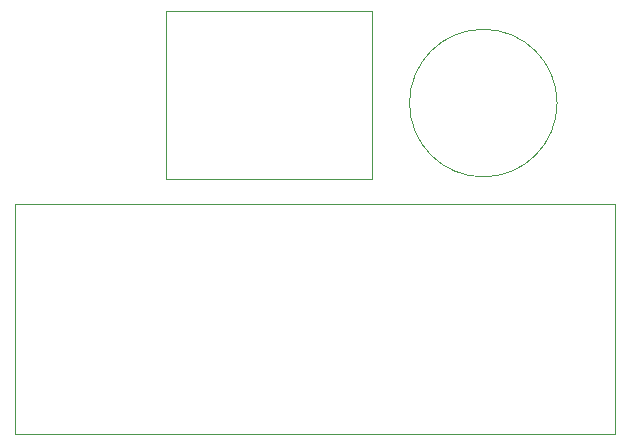
<source format=gbr>
%TF.GenerationSoftware,KiCad,Pcbnew,(5.1.8)-1*%
%TF.CreationDate,2021-03-12T13:42:17+01:00*%
%TF.ProjectId,AP,41502e6b-6963-4616-945f-706362585858,rev?*%
%TF.SameCoordinates,Original*%
%TF.FileFunction,Other,User*%
%FSLAX46Y46*%
G04 Gerber Fmt 4.6, Leading zero omitted, Abs format (unit mm)*
G04 Created by KiCad (PCBNEW (5.1.8)-1) date 2021-03-12 13:42:17*
%MOMM*%
%LPD*%
G01*
G04 APERTURE LIST*
%ADD10C,0.050000*%
G04 APERTURE END LIST*
D10*
%TO.C,Nastaven1*%
X164590000Y-96595000D02*
X147090000Y-96595000D01*
X164590000Y-96595000D02*
X164590000Y-82395000D01*
X147090000Y-82395000D02*
X147090000Y-96595000D01*
X147090000Y-82395000D02*
X164590000Y-82395000D01*
%TO.C,Displej1*%
X134366000Y-98708000D02*
X185166000Y-98708000D01*
X134366000Y-118208000D02*
X134366000Y-98708000D01*
X185166000Y-118208000D02*
X134366000Y-118208000D01*
X185166000Y-98708000D02*
X185166000Y-118208000D01*
%TO.C,bzu\u010D\u00E1k1*%
X180240000Y-90180000D02*
G75*
G03*
X180240000Y-90180000I-6250000J0D01*
G01*
%TD*%
M02*

</source>
